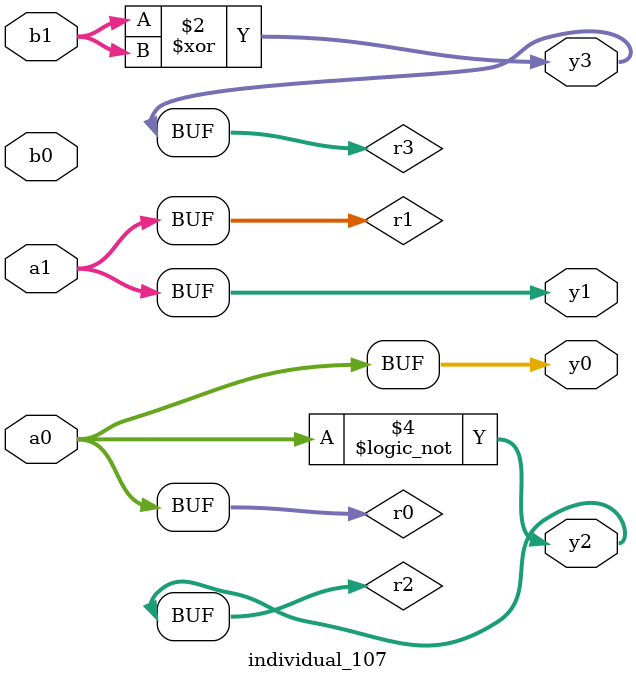
<source format=sv>
module individual_107(input logic [15:0] a1, input logic [15:0] a0, input logic [15:0] b1, input logic [15:0] b0, output logic [15:0] y3, output logic [15:0] y2, output logic [15:0] y1, output logic [15:0] y0);
logic [15:0] r0, r1, r2, r3; 
 always@(*) begin 
	 r0 = a0; r1 = a1; r2 = b0; r3 = b1; 
 	 r3  ^=  r3 ;
 	 r2  &=  r0 ;
 	 r2 = ! a0 ;
 	 y3 = r3; y2 = r2; y1 = r1; y0 = r0; 
end
endmodule
</source>
